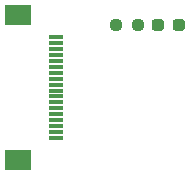
<source format=gbr>
%TF.GenerationSoftware,KiCad,Pcbnew,(6.0.10-0)*%
%TF.CreationDate,2023-01-20T18:48:23-05:00*%
%TF.ProjectId,EyeSPI-PiCowbell,45796553-5049-42d5-9069-436f7762656c,1.0.0*%
%TF.SameCoordinates,Original*%
%TF.FileFunction,Paste,Top*%
%TF.FilePolarity,Positive*%
%FSLAX46Y46*%
G04 Gerber Fmt 4.6, Leading zero omitted, Abs format (unit mm)*
G04 Created by KiCad (PCBNEW (6.0.10-0)) date 2023-01-20 18:48:23*
%MOMM*%
%LPD*%
G01*
G04 APERTURE LIST*
G04 Aperture macros list*
%AMRoundRect*
0 Rectangle with rounded corners*
0 $1 Rounding radius*
0 $2 $3 $4 $5 $6 $7 $8 $9 X,Y pos of 4 corners*
0 Add a 4 corners polygon primitive as box body*
4,1,4,$2,$3,$4,$5,$6,$7,$8,$9,$2,$3,0*
0 Add four circle primitives for the rounded corners*
1,1,$1+$1,$2,$3*
1,1,$1+$1,$4,$5*
1,1,$1+$1,$6,$7*
1,1,$1+$1,$8,$9*
0 Add four rect primitives between the rounded corners*
20,1,$1+$1,$2,$3,$4,$5,0*
20,1,$1+$1,$4,$5,$6,$7,0*
20,1,$1+$1,$6,$7,$8,$9,0*
20,1,$1+$1,$8,$9,$2,$3,0*%
G04 Aperture macros list end*
%ADD10R,1.300000X0.300000*%
%ADD11R,2.200000X1.800000*%
%ADD12RoundRect,0.237500X0.287500X0.237500X-0.287500X0.237500X-0.287500X-0.237500X0.287500X-0.237500X0*%
%ADD13RoundRect,0.237500X-0.250000X-0.237500X0.250000X-0.237500X0.250000X0.237500X-0.250000X0.237500X0*%
G04 APERTURE END LIST*
D10*
%TO.C,J106*%
X133815700Y-67911400D03*
X133815700Y-68411400D03*
X133815700Y-68911400D03*
X133815700Y-69411400D03*
X133815700Y-69911400D03*
X133815700Y-70411400D03*
X133815700Y-70911400D03*
X133815700Y-71411400D03*
X133815700Y-71911400D03*
X133815700Y-72411400D03*
X133815700Y-72911400D03*
X133815700Y-73411400D03*
X133815700Y-73911400D03*
X133815700Y-74411400D03*
X133815700Y-74911400D03*
X133815700Y-75411400D03*
X133815700Y-75911400D03*
X133815700Y-76411400D03*
D11*
X130565700Y-66011400D03*
X130565700Y-78311400D03*
%TD*%
D12*
%TO.C,D101*%
X144245300Y-66852800D03*
X142495300Y-66852800D03*
%TD*%
D13*
%TO.C,R101*%
X138927200Y-66852800D03*
X140752200Y-66852800D03*
%TD*%
M02*

</source>
